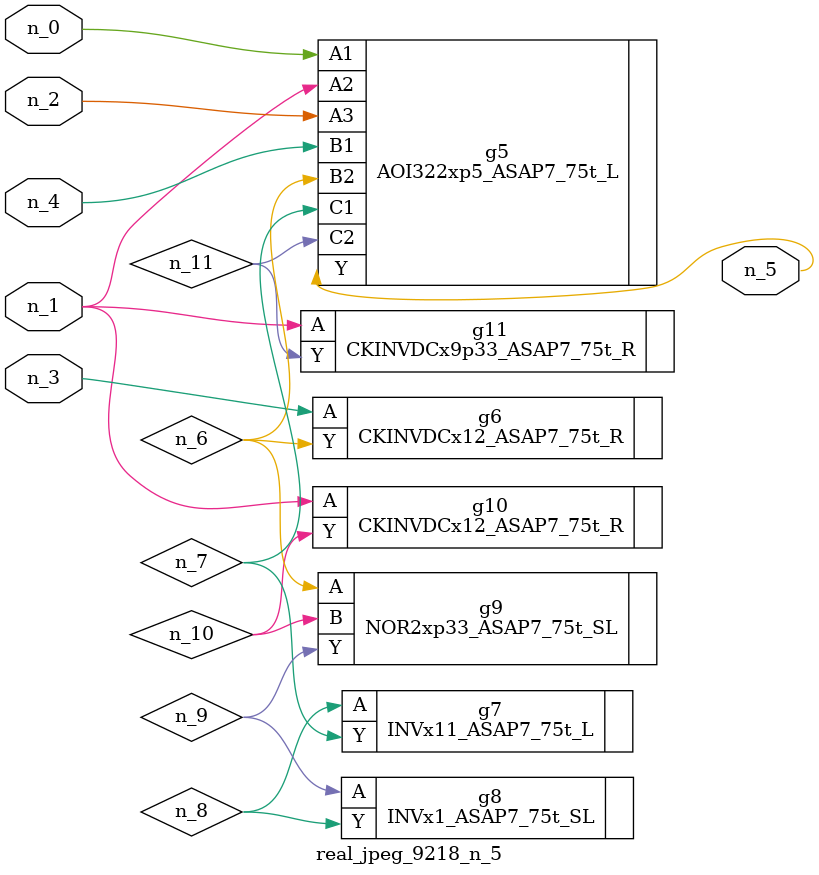
<source format=v>
module real_jpeg_9218_n_5 (n_4, n_0, n_1, n_2, n_3, n_5);

input n_4;
input n_0;
input n_1;
input n_2;
input n_3;

output n_5;

wire n_8;
wire n_11;
wire n_6;
wire n_7;
wire n_10;
wire n_9;

AOI322xp5_ASAP7_75t_L g5 ( 
.A1(n_0),
.A2(n_1),
.A3(n_2),
.B1(n_4),
.B2(n_6),
.C1(n_7),
.C2(n_11),
.Y(n_5)
);

CKINVDCx12_ASAP7_75t_R g10 ( 
.A(n_1),
.Y(n_10)
);

CKINVDCx9p33_ASAP7_75t_R g11 ( 
.A(n_1),
.Y(n_11)
);

CKINVDCx12_ASAP7_75t_R g6 ( 
.A(n_3),
.Y(n_6)
);

NOR2xp33_ASAP7_75t_SL g9 ( 
.A(n_6),
.B(n_10),
.Y(n_9)
);

INVx11_ASAP7_75t_L g7 ( 
.A(n_8),
.Y(n_7)
);

INVx1_ASAP7_75t_SL g8 ( 
.A(n_9),
.Y(n_8)
);


endmodule
</source>
